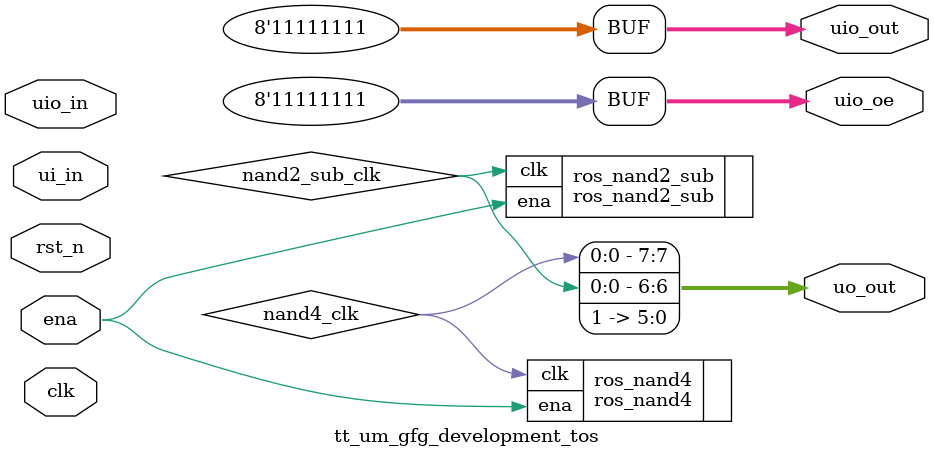
<source format=v>
`default_nettype none

module tt_um_gfg_development_tos (
    input  wire [7:0] ui_in,    // Dedicated inputs - connected to the input switches
    output wire [7:0] uo_out,   // Dedicated outputs - connected to the 7 segment display
    input  wire [7:0] uio_in,   // IOs: Bidirectional Input path
    output wire [7:0] uio_out,  // IOs: Bidirectional Output path
    output wire [7:0] uio_oe,   // IOs: Bidirectional Enable path (active high: 0=input, 1=output)
    input  wire       ena,      // will go high when the design is enabled
    input  wire       clk,      // clock
    input  wire       rst_n     // reset_n - low to reset
);

    wire reset = ! rst_n;

    // use bidirectionals as outputs
    assign uio_oe       = 8'b11111111;

    assign uo_out[5:0]  = 8'b111111;
    assign uio_out      = 8'b11111111;

    assign uo_out[6]    = nand2_sub_clk;
    assign uo_out[7]    = nand4_clk;

    wire nand4_clk;
    ros_nand4 ros_nand4(.ena(ena), .clk(nand4_clk));

    wire nand2_sub_clk;
    ros_nand2_sub ros_nand2_sub(.ena(ena), .clk(nand2_sub_clk));

    always @(posedge clk) begin
        if (reset) begin
            
        end else begin
            
        end
    end
endmodule

</source>
